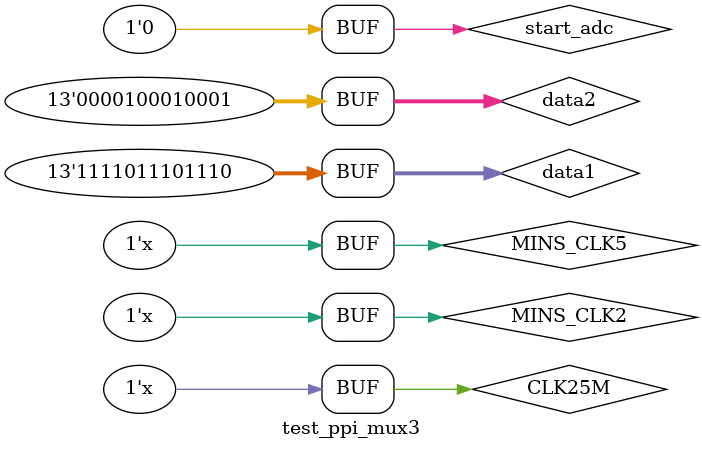
<source format=v>
`timescale 1ns / 1ps
module test_ppi_mux3;

	// Inputs
	reg [12:0] data1;
	reg [12:0] data2;
	reg start_adc;
	reg MINS_CLK5;
	reg MINS_CLK2;
	reg CLK25M;

	// Outputs
	wire [15:0] dataout;
	wire framesync;
	wire ppi_clk;
	wire adc_clk;

	// Instantiate the Unit Under Test (UUT)
	ppi_mux uut (
		.dataout(dataout), 
		.framesync(framesync), 
		.ppi_clk(ppi_clk), 
		.adc_clk(adc_clk), 
		.data1(data1), 
		.data2(data2), 
		.start_adc(start_adc), 
		.MINS_CLK5(MINS_CLK5), 
		.MINS_CLK2(MINS_CLK2), 
		.CLK25M(CLK25M)
	);

	initial begin
		// Initialize Inputs
		data1 = 13'b1_1111_1111_1111;
		data2 = 13'b0_0000_0000_0000;
		MINS_CLK5 = 0;
		MINS_CLK2 = 0;
		CLK25M = 0;
		start_adc = 0;
		#95.3125 data1 = 13'b1_0110_0110_0110;
					 data2 = 13'b0_1001_1001_1001;
		#295.3125 data1 = 13'hzzz;
					 data2 = 13'hzzz;
		start_adc = 1;
		#95.3125 data1 = 13'b0_0000_0000_0000;
					 data2 = 13'b1_1111_1111_1111;
		#295.3125 data1 = 13'hzzz;
					 data2 = 13'hzzz;		
		#95.3125 data1 = 13'b1_1110_1110_1110;
					 data2 = 13'b0_0001_0001_0001;
		#295.3125 data1 = 13'hzzz;
					 data2 = 13'hzzz;
		start_adc = 0;
		#95.3125 data1 = 13'b0_0000_0000_0000;
					 data2 = 13'b1_1111_1111_1111;
		#295.3125 data1 = 13'hzzz;
					 data2 = 13'hzzz;		
		#95.3125 data1 = 13'b1_1110_1110_1110;
					 data2 = 13'b0_0001_0001_0001;
		#295.3125 data1 = 13'hzzz;
					 data2 = 13'hzzz;
		#95.3125 data1 = 13'b0_0000_0000_0000;
					 data2 = 13'b1_1111_1111_1111;
		#295.3125 data1 = 13'hzzz;
					 data2 = 13'hzzz;		
		#95.3125 data1 = 13'b1_1110_1110_1110;
					 data2 = 13'b0_0001_0001_0001;
		#295.3125 data1 = 13'hzzz;
					 data2 = 13'hzzz;
		#95.3125 data1 = 13'b0_0000_0000_0000;
					 data2 = 13'b1_1111_1111_1111;
		#295.3125 data1 = 13'hzzz;
					 data2 = 13'hzzz;		
		#95.3125 data1 = 13'b1_1110_1110_1110;
					 data2 = 13'b0_0001_0001_0001;
		// Wait 100 ns for global reset to finish
		// Add stimulus here

	end
      
		always begin
			#97.65625 MINS_CLK5 <= ~MINS_CLK5;
		end
		always begin
			#195.3125 MINS_CLK2 <= ~MINS_CLK2;
		end
		always begin
			#20 CLK25M <= ~CLK25M; //20 ns half period for 40ns period = 25mhz clock
		end
      
endmodule


</source>
